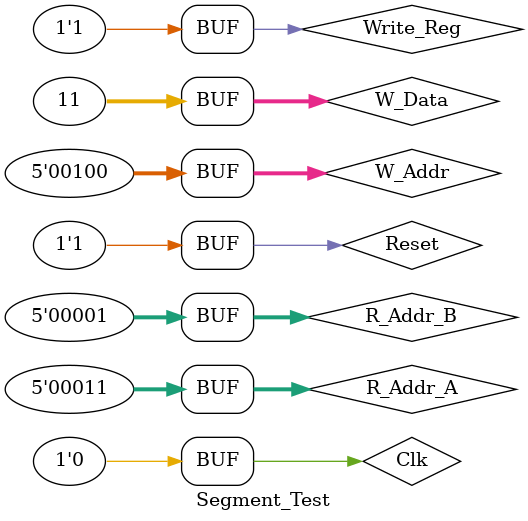
<source format=v>
`timescale 1ns / 1ps


module Segment_Test;

	// Inputs
	reg[4:0] R_Addr_A;
	reg[4:0] R_Addr_B;
	reg[4:0] W_Addr;
	reg Write_Reg;
	reg[31:0] W_Data;
	reg Clk;
	reg Reset;

	// Outputs
	wire[31:0] R_Data_A;
	wire[31:0] R_Data_B;

	// Instantiate the Unit Under Test (UUT)
	Segment_M uut (
		.R_Addr_A(R_Addr_A), 
		.R_Addr_B(R_Addr_B), 
		.W_Addr(W_Addr), 
		.Write_Reg(Write_Reg), 
		.W_Data(W_Data), 
		.Clk(Clk), 
		.Reset(Reset), 
		.R_Data_A(R_Data_A), 
		.R_Data_B(R_Data_B)
	);

	initial begin
		// Initialize Inputs
		R_Addr_A = 0;
		R_Addr_B = 0;
		W_Addr = 0;
		Write_Reg = 0;
		W_Data = 0;
		Clk = 0;
		Reset = 0;

		// Wait 100 ns for global reset to finish
		#100;
        
		// Add stimulus here
#100;
		R_Addr_A = 0;
		R_Addr_B = 0;
		W_Addr = 5'b00001;
		Write_Reg = 1;
		W_Data = 32'h0000_0001;
		Clk = 0;
		Reset = 1;
		
		#100;
		R_Addr_A = 5'b00001;
		R_Addr_B = 0;
		W_Addr = 5'b00001;
		Write_Reg = 1;
		W_Data = 32'h0000_0001;
		Clk = 1;
		Reset = 0;

		#100;
		R_Addr_A = 0;
		R_Addr_B = 0;
		W_Addr = 5'b00010;
		Write_Reg = 1;
		W_Data = 32'h0000_0002;
		Clk = 0;
		Reset = 0;
		
		#100;
		R_Addr_A = 0;
		R_Addr_B = 0;
		W_Addr = 5'b00011;
		Write_Reg = 1;
		W_Data = 32'h0000_0009;
		Clk = 1;
		Reset = 0;
		
		#100;
		R_Addr_A = 5'b00011;
		R_Addr_B = 5'b00001;
		W_Addr = 0;
		Write_Reg = 0;
		W_Data = 0;
		Clk = 0;
		Reset = 0;

		#100;
		R_Addr_A = 5'b00011;
		R_Addr_B = 5'b00001;
		W_Addr = 5'b00100;
		Write_Reg = 1;
		W_Data = 32'h0000_000B;
		Clk = 0;
		Reset = 1;
	end
      
endmodule


</source>
